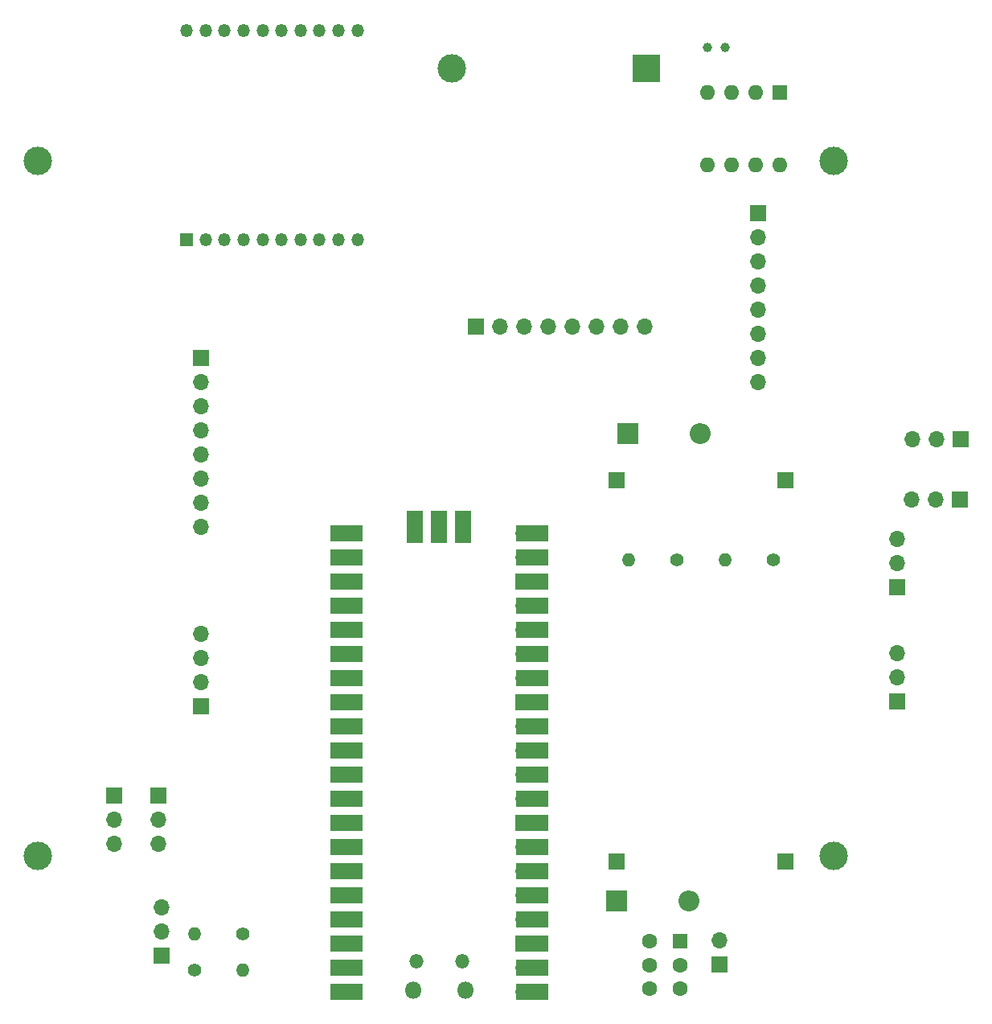
<source format=gbr>
%TF.GenerationSoftware,KiCad,Pcbnew,8.0.2*%
%TF.CreationDate,2024-09-21T01:35:38+02:00*%
%TF.ProjectId,liberocan1,6c696265-726f-4636-916e-312e6b696361,v1.2*%
%TF.SameCoordinates,Original*%
%TF.FileFunction,Soldermask,Top*%
%TF.FilePolarity,Negative*%
%FSLAX46Y46*%
G04 Gerber Fmt 4.6, Leading zero omitted, Abs format (unit mm)*
G04 Created by KiCad (PCBNEW 8.0.2) date 2024-09-21 01:35:38*
%MOMM*%
%LPD*%
G01*
G04 APERTURE LIST*
%ADD10R,1.700000X1.700000*%
%ADD11O,1.700000X1.700000*%
%ADD12C,1.400000*%
%ADD13O,1.400000X1.400000*%
%ADD14R,2.200000X2.200000*%
%ADD15O,2.200000X2.200000*%
%ADD16C,3.000000*%
%ADD17O,1.800000X1.800000*%
%ADD18O,1.500000X1.500000*%
%ADD19R,3.500000X1.700000*%
%ADD20R,1.700000X3.500000*%
%ADD21R,3.000000X3.000000*%
%ADD22R,1.600000X1.600000*%
%ADD23O,1.600000X1.600000*%
%ADD24R,1.350000X1.350000*%
%ADD25O,1.350000X1.350000*%
%ADD26C,1.000000*%
%ADD27C,1.600000*%
G04 APERTURE END LIST*
D10*
%TO.C,J2*%
X122555000Y-124460000D03*
D11*
X122555000Y-127000000D03*
X122555000Y-129540000D03*
%TD*%
D10*
%TO.C,U2*%
X122925000Y-141315000D03*
D11*
X122925000Y-138775000D03*
X122925000Y-136235000D03*
%TD*%
D10*
%TO.C,U6*%
X127000000Y-78450000D03*
D11*
X127000000Y-80990000D03*
X127000000Y-83530000D03*
X127000000Y-86070000D03*
X127000000Y-88610000D03*
X127000000Y-91150000D03*
X127000000Y-93690000D03*
X127000000Y-96230000D03*
%TD*%
D10*
%TO.C,U1*%
X127000000Y-115095000D03*
D11*
X127000000Y-112555000D03*
X127000000Y-110015000D03*
X127000000Y-107475000D03*
%TD*%
D12*
%TO.C,R3*%
X131445000Y-139065000D03*
D13*
X126365000Y-139065000D03*
%TD*%
D10*
%TO.C,MainBT1*%
X181610000Y-142240000D03*
D11*
X181610000Y-139700000D03*
%TD*%
D14*
%TO.C,D2*%
X170815000Y-135600000D03*
D15*
X178435000Y-135600000D03*
%TD*%
D10*
%TO.C,SmallM3*%
X206980000Y-93345000D03*
D11*
X204440000Y-93345000D03*
X201900000Y-93345000D03*
%TD*%
D16*
%TO.C,REF\u002A\u002A*%
X193675000Y-130810000D03*
%TD*%
D10*
%TO.C,U9*%
X170815000Y-131426000D03*
X188595000Y-131426000D03*
X188595000Y-91294000D03*
X170815000Y-91294000D03*
%TD*%
%TO.C,J1*%
X117905000Y-124460000D03*
D11*
X117905000Y-127000000D03*
X117905000Y-129540000D03*
%TD*%
D17*
%TO.C,U5*%
X154860000Y-144995000D03*
D18*
X154560000Y-141965000D03*
X149710000Y-141965000D03*
D17*
X149410000Y-144995000D03*
D11*
X161025000Y-145125000D03*
D19*
X161925000Y-145125000D03*
D11*
X161025000Y-142585000D03*
D19*
X161925000Y-142585000D03*
D10*
X161025000Y-140045000D03*
D19*
X161925000Y-140045000D03*
D11*
X161025000Y-137505000D03*
D19*
X161925000Y-137505000D03*
D11*
X161025000Y-134965000D03*
D19*
X161925000Y-134965000D03*
D11*
X161025000Y-132425000D03*
D19*
X161925000Y-132425000D03*
D11*
X161025000Y-129885000D03*
D19*
X161925000Y-129885000D03*
D10*
X161025000Y-127345000D03*
D19*
X161925000Y-127345000D03*
D11*
X161025000Y-124805000D03*
D19*
X161925000Y-124805000D03*
D11*
X161025000Y-122265000D03*
D19*
X161925000Y-122265000D03*
D11*
X161025000Y-119725000D03*
D19*
X161925000Y-119725000D03*
D11*
X161025000Y-117185000D03*
D19*
X161925000Y-117185000D03*
D10*
X161025000Y-114645000D03*
D19*
X161925000Y-114645000D03*
D11*
X161025000Y-112105000D03*
D19*
X161925000Y-112105000D03*
D11*
X161025000Y-109565000D03*
D19*
X161925000Y-109565000D03*
D11*
X161025000Y-107025000D03*
D19*
X161925000Y-107025000D03*
D11*
X161025000Y-104485000D03*
D19*
X161925000Y-104485000D03*
D10*
X161025000Y-101945000D03*
D19*
X161925000Y-101945000D03*
D11*
X161025000Y-99405000D03*
D19*
X161925000Y-99405000D03*
D11*
X161025000Y-96865000D03*
D19*
X161925000Y-96865000D03*
D11*
X143245000Y-96865000D03*
D19*
X142345000Y-96865000D03*
D11*
X143245000Y-99405000D03*
D19*
X142345000Y-99405000D03*
D10*
X143245000Y-101945000D03*
D19*
X142345000Y-101945000D03*
D11*
X143245000Y-104485000D03*
D19*
X142345000Y-104485000D03*
D11*
X143245000Y-107025000D03*
D19*
X142345000Y-107025000D03*
D11*
X143245000Y-109565000D03*
D19*
X142345000Y-109565000D03*
D11*
X143245000Y-112105000D03*
D19*
X142345000Y-112105000D03*
D10*
X143245000Y-114645000D03*
D19*
X142345000Y-114645000D03*
D11*
X143245000Y-117185000D03*
D19*
X142345000Y-117185000D03*
D11*
X143245000Y-119725000D03*
D19*
X142345000Y-119725000D03*
D11*
X143245000Y-122265000D03*
D19*
X142345000Y-122265000D03*
D11*
X143245000Y-124805000D03*
D19*
X142345000Y-124805000D03*
D10*
X143245000Y-127345000D03*
D19*
X142345000Y-127345000D03*
D11*
X143245000Y-129885000D03*
D19*
X142345000Y-129885000D03*
D11*
X143245000Y-132425000D03*
D19*
X142345000Y-132425000D03*
D11*
X143245000Y-134965000D03*
D19*
X142345000Y-134965000D03*
D11*
X143245000Y-137505000D03*
D19*
X142345000Y-137505000D03*
D10*
X143245000Y-140045000D03*
D19*
X142345000Y-140045000D03*
D11*
X143245000Y-142585000D03*
D19*
X142345000Y-142585000D03*
D11*
X143245000Y-145125000D03*
D19*
X142345000Y-145125000D03*
D11*
X154675000Y-97095000D03*
D20*
X154675000Y-96195000D03*
D10*
X152135000Y-97095000D03*
D20*
X152135000Y-96195000D03*
D11*
X149595000Y-97095000D03*
D20*
X149595000Y-96195000D03*
%TD*%
D21*
%TO.C,CellBT1*%
X173910000Y-47970001D03*
D16*
X153420000Y-47970001D03*
%TD*%
D22*
%TO.C,U3*%
X187960000Y-50520000D03*
D23*
X185420000Y-50520000D03*
X182880000Y-50520000D03*
X180340000Y-50520000D03*
X180340000Y-58140000D03*
X182880000Y-58140000D03*
X185420000Y-58140000D03*
X187960000Y-58140000D03*
%TD*%
D10*
%TO.C,BigM1*%
X200395000Y-114630000D03*
D11*
X200395000Y-112090000D03*
X200395000Y-109550000D03*
%TD*%
D16*
%TO.C,REF\u002A\u002A*%
X109855000Y-57690000D03*
%TD*%
%TO.C,REF\u002A\u002A*%
X193675000Y-57690000D03*
%TD*%
D10*
%TO.C,SmallM2*%
X207010000Y-86995000D03*
D11*
X204470000Y-86995000D03*
X201930000Y-86995000D03*
%TD*%
D24*
%TO.C,U4*%
X125520000Y-65955000D03*
D25*
X127520000Y-65955000D03*
X129520000Y-65955000D03*
X131520000Y-65955000D03*
X133520000Y-65955000D03*
X135520000Y-65955000D03*
X137520000Y-65955000D03*
X139520000Y-65955000D03*
X141520000Y-65955000D03*
X143520000Y-65955000D03*
X143520000Y-43955000D03*
X141520000Y-43955000D03*
X139520000Y-43955000D03*
X137520000Y-43955000D03*
X135520000Y-43955000D03*
X133520000Y-43955000D03*
X131520000Y-43955000D03*
X129520000Y-43955000D03*
X127520000Y-43955000D03*
X125520000Y-43955000D03*
%TD*%
D26*
%TO.C,Y1*%
X180340000Y-45720000D03*
X182240000Y-45720000D03*
%TD*%
D12*
%TO.C,R2*%
X187325000Y-99695000D03*
D13*
X182245000Y-99695000D03*
%TD*%
D12*
%TO.C,R4*%
X126365000Y-142875000D03*
D13*
X131445000Y-142875000D03*
%TD*%
D10*
%TO.C,SmallM1*%
X200395000Y-102565000D03*
D11*
X200395000Y-100025000D03*
X200395000Y-97485000D03*
%TD*%
D22*
%TO.C,SW1*%
X177495000Y-139832500D03*
D27*
X177495000Y-142332500D03*
X177495000Y-144832500D03*
X174295000Y-139832500D03*
X174295000Y-142332500D03*
X174295000Y-144832500D03*
%TD*%
D10*
%TO.C,U7*%
X185710000Y-63190000D03*
D11*
X185710000Y-65730000D03*
X185710000Y-68270000D03*
X185710000Y-70810000D03*
X185710000Y-73350000D03*
X185710000Y-75890000D03*
X185710000Y-78430000D03*
X185710000Y-80970000D03*
%TD*%
D12*
%TO.C,R1*%
X177165000Y-99695000D03*
D13*
X172085000Y-99695000D03*
%TD*%
D10*
%TO.C,U8*%
X155985000Y-75175000D03*
D11*
X158525000Y-75175000D03*
X161065000Y-75175000D03*
X163605000Y-75175000D03*
X166145000Y-75175000D03*
X168685000Y-75175000D03*
X171225000Y-75175000D03*
X173765000Y-75175000D03*
%TD*%
D14*
%TO.C,D1*%
X172005000Y-86360000D03*
D15*
X179625000Y-86360000D03*
%TD*%
D16*
%TO.C,REF\u002A\u002A*%
X109855000Y-130810000D03*
%TD*%
M02*

</source>
